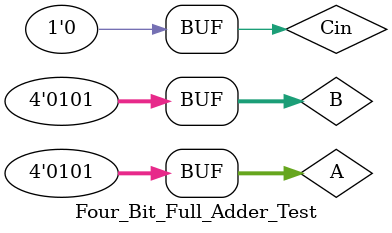
<source format=v>
`timescale 1ns / 1ps


module Four_Bit_Full_Adder_Test;

	// Inputs
	reg [3:0] A;
	reg [3:0] B;
	reg Cin;

	// Outputs
	wire [3:0] Sum;
	wire Cout;

	// Instantiate the Unit Under Test (UUT)
	Four_Bit_Full_Adder uut (
		.A(A), 
		.B(B), 
		.Cin(Cin), 
		.Sum(Sum), 
		.Cout(Cout)
	);

	initial begin
		// Initialize Inputs
		A = 5;
		B = 5;
		Cin = 0;

		// Wait 100 ns for global reset to finish
		#100;
        
		// Add stimulus here

	end
      
endmodule


</source>
